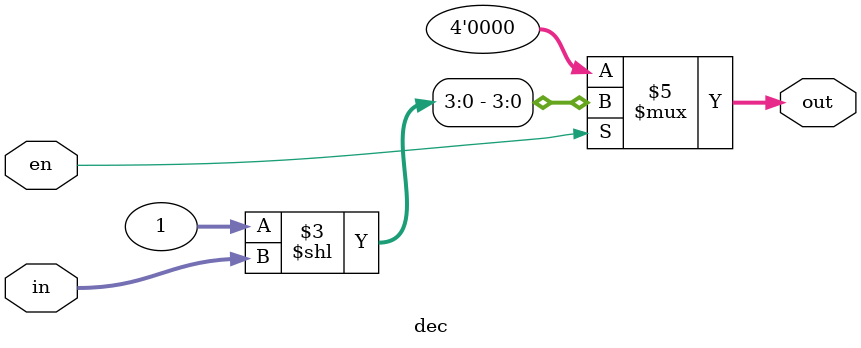
<source format=v>
module dec(in, en, out);
  
  input [1:0] in;
  input en;

  output reg [3:0] out;
  
  always @(*)
    begin
      
      if(en == 1'b0)
        out <= 'b0;
      else
        out <= 2**in;
      
    end

endmodule
</source>
